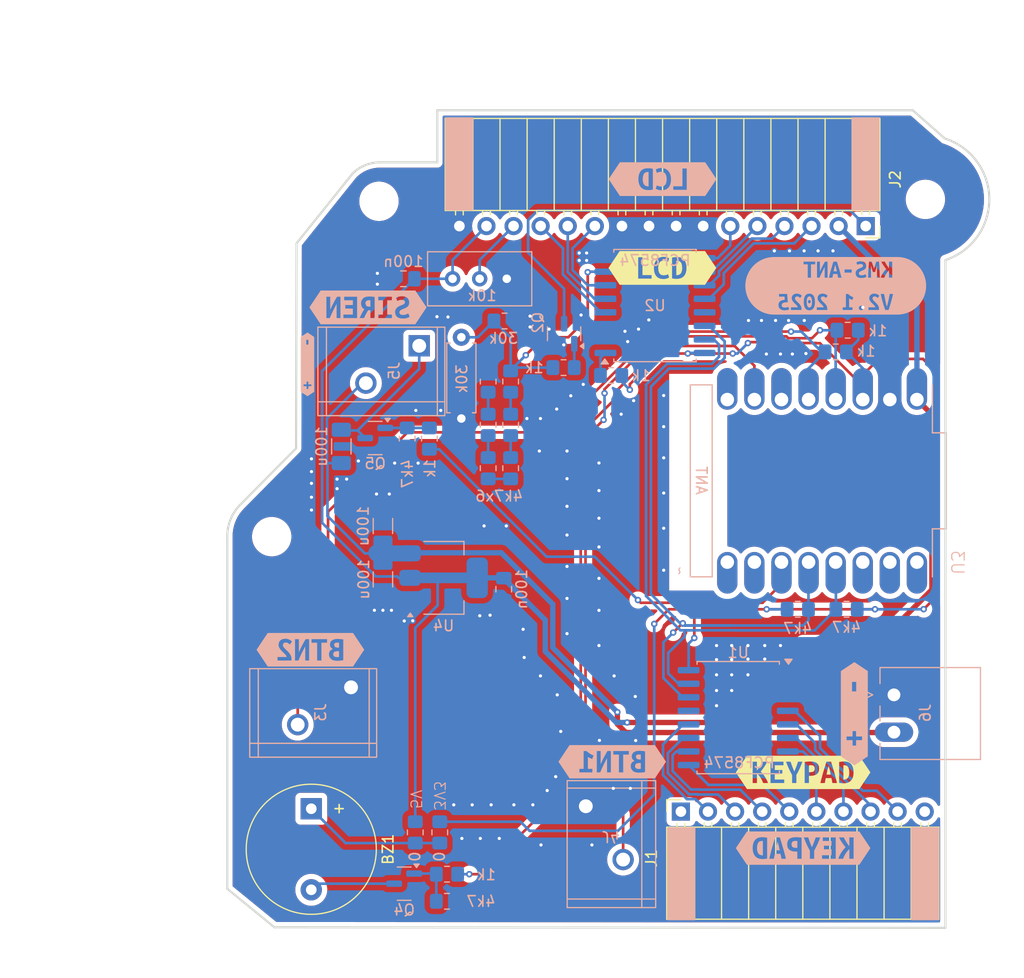
<source format=kicad_pcb>
(kicad_pcb (version 20240108) (generator "pcbnew") (generator_version "8.0")
  (layers (0 "F.Cu" signal) (31 "B.Cu" signal) (34 "B.Paste" user) (35 "F.Paste" user) (36 "B.SilkS" user "B.Silkscreen") (37 "F.SilkS" user "F.Silkscreen") (38 "B.Mask" user) (39 "F.Mask" user) (44 "Edge.Cuts" user))
  (net 0 "")
  (net 1 "+3V3")
  (net 2 "Net-(BZ1--)")
  (net 3 "GND")
  (net 4 "+5V")
  (net 5 "VCC")
  (net 6 "Net-(J5-Pin_1)")
  (net 8 "Net-(J1-Pin_6)")
  (net 9 "Net-(J1-Pin_5)")
  (net 10 "Net-(J1-Pin_4)")
  (net 11 "Net-(J1-Pin_3)")
  (net 12 "Net-(J1-Pin_2)")
  (net 13 "Net-(J1-Pin_9)")
  (net 14 "Net-(J1-Pin_8)")
  (net 16 "Net-(J1-Pin_7)")
  (net 17 "/LCD_EN")
  (net 18 "/LCD_D4")
  (net 19 "/LCD_K")
  (net 20 "/LCD_D6")
  (net 21 "/LCD_VO")
  (net 22 "/LCD_D5")
  (net 23 "/LCD_RW")
  (net 24 "/LCD_D7")
  (net 25 "/LCD_RS")
  (net 26 "/BTN_R")
  (net 27 "/BTN_Y")
  (net 28 "Net-(Q2-G)")
  (net 29 "/BUZZ")
  (net 30 "/SIREN")
  (net 31 "/LCD_BL")
  (net 32 "Net-(R1-Pad1)")
  (net 33 "Net-(U2-A0)")
  (net 34 "/I2C_SDA")
  (net 35 "/I2C_SCL")
  (net 36 "Net-(U3-GPIO1)")
  (net 37 "Net-(U3-GPIO10)")
  (net 38 "Net-(R12-Pad2)")
  (net 39 "Net-(R12-Pad1)")
  (net 40 "Net-(R13-Pad1)")
  (net 41 "Net-(R14-Pad1)")
  (net 51 "Net-(BZ1-+)")
  (footprint "!custom:keypad" (layer "F.Cu") (at 154.14 123.975 90)
    (property "Reference" "J1")
    (property "Value" "Conn_01x10_Pin" (hide yes))
  )
  (footprint "Buzzer_Beeper:Buzzer_12x9.5RM7.6" (layer "F.Cu") (at 119.4816 123.708 -90)
    (property "Reference" "BZ1")
    (property "Value" "Buzzer" (hide yes))
  )
  (footprint "!custom:screen" (layer "F.Cu") (at 171.47 69.075 -90)
    (property "Reference" "J2")
    (property "Value" "Conn_01x16_Pin" (hide yes))
  )
  (footprint "kibuzzard-67E6FC63" (layer "F.Cu") (at 152.4 73)
    (property "Reference" "kibuzzard-67E6FC63" (hide yes))
    (property "Value" "G***" (hide yes))
  )
  (footprint "kibuzzard-67E6FC9B" (layer "F.Cu") (at 165.6 120.3)
    (property "Reference" "kibuzzard-67E6FC9B" (hide yes))
    (property "Value" "G***" (hide yes))
  )
  (footprint "Package_TO_SOT_SMD:SOT-23" (layer "B.Cu") (at 143.1892 79.1695 90)
    (property "Reference" "Q2")
    (property "Value" "AO3400A" (hide yes))
  )
  (footprint "MountingHole:MountingHole_3.2mm_M3" (layer "B.Cu") (at 115.7732 98.1964 180)
    (property "Reference" "H3" (hide yes))
    (property "Value" "MountingHole" (hide yes))
  )
  (footprint "!custom:HIWA 250-21-2G" (layer "B.Cu") (at 127.254 82.6516 -90)
    (property "Reference" "J5")
    (property "Value" "SIREN" (hide yes))
  )
  (footprint "!custom:HIWA 250-21-2G" (layer "B.Cu") (at 120.8616 114.674 -90)
    (property "Reference" "J3")
    (property "Value" "BTN_R" (hide yes))
  )
  (footprint "MountingHole:MountingHole_3.2mm_M3" (layer "B.Cu") (at 177.0634 66.5734 180)
    (property "Reference" "H1" (hide yes))
    (property "Value" "MountingHole" (hide yes))
  )
  (footprint "Resistor_SMD:R_0805_2012Metric_Pad1.20x1.40mm_HandSolder" (layer "B.Cu") (at 168.656 80.8736 180)
    (property "Reference" "R7" (hide yes))
    (property "Value" "1k")
  )
  (footprint "kibuzzard-67E6FC15" (layer "B.Cu") (at 119.4 108.8 180)
    (property "Reference" "kibuzzard-67E6FC15" (hide yes))
    (property "Value" "G***" (hide yes))
  )
  (footprint "Capacitor_SMD:C_0805_2012Metric_Pad1.18x1.45mm_HandSolder" (layer "B.Cu") (at 128.1176 74.0156 180)
    (property "Reference" "C1" (hide yes))
    (property "Value" "100n")
  )
  (footprint "kibuzzard-67E6FCB3" (layer "B.Cu") (at 124.8 76.7 180)
    (property "Reference" "kibuzzard-67E6FCB3" (hide yes))
    (property "Value" "G***" (hide yes))
  )
  (footprint "Capacitor_SMD:C_1206_3216Metric_Pad1.33x1.80mm_HandSolder" (layer "B.Cu") (at 126.2 102.2 -90)
    (property "Reference" "C2" (hide yes))
    (property "Value" "100u")
  )
  (footprint "Resistor_SMD:R_0805_2012Metric_Pad1.20x1.40mm_HandSolder" (layer "B.Cu") (at 143.1384 82.3468)
    (property "Reference" "R2" (hide yes))
    (property "Value" "1k")
  )
  (footprint "Resistor_SMD:R_0805_2012Metric_Pad1.20x1.40mm_HandSolder" (layer "B.Cu") (at 136.0678 87.7156 -90)
    (property "Reference" "R13" (hide yes))
    (property "Value" "4k7" (hide yes))
  )
  (footprint "Package_SO:SOIC-16W_7.5x10.3mm_P1.27mm" (layer "B.Cu") (at 159.512 115.1636 180)
    (property "Reference" "U1")
    (property "Value" "PCF8574")
  )
  (footprint "Resistor_SMD:R_0805_2012Metric_Pad1.20x1.40mm_HandSolder" (layer "B.Cu") (at 169.7736 78.8416 180)
    (property "Reference" "R6" (hide yes))
    (property "Value" "1k")
  )
  (footprint "kibuzzard-687FD9CC" (layer "B.Cu") (at 119.126 82.042 90)
    (property "Reference" "kibuzzard-687FD9CC" (hide yes))
    (property "Value" "G***" (hide yes))
  )
  (footprint "Resistor_SMD:R_0805_2012Metric_Pad1.20x1.40mm_HandSolder" (layer "B.Cu") (at 138.176 91.7796 -90)
    (property "Reference" "R15" (hide yes))
    (property "Value" "4k7" (hide yes))
  )
  (footprint "Resistor_SMD:R_0805_2012Metric_Pad1.20x1.40mm_HandSolder" (layer "B.Cu") (at 169.672 105.0036 180)
    (property "Reference" "R4" (hide yes))
    (property "Value" "4k7")
  )
  (footprint "Package_TO_SOT_SMD:SOT-23" (layer "B.Cu") (at 128.1915 130.7338 180)
    (property "Reference" "Q4")
    (property "Value" "AO3400A" (hide yes))
  )
  (footprint "Capacitor_SMD:C_0805_2012Metric_Pad1.18x1.45mm_HandSolder" (layer "B.Cu") (at 137.5295 103.124 -90)
    (property "Reference" "C3" (hide yes))
    (property "Value" "100n")
  )
  (footprint "Resistor_SMD:R_0805_2012Metric_Pad1.20x1.40mm_HandSolder" (layer "B.Cu") (at 136.0678 83.6516 -90)
    (property "Reference" "R16" (hide yes))
    (property "Value" "4k7" (hide yes))
  )
  (footprint "Resistor_THT:R_Axial_DIN0207_L6.3mm_D2.5mm_P7.62mm_Horizontal" (layer "B.Cu") (at 133.5532 87.122 90)
    (property "Reference" "R17" (hide yes))
    (property "Value" "30k")
  )
  (footprint "Resistor_SMD:R_0805_2012Metric_Pad1.20x1.40mm_HandSolder" (layer "B.Cu") (at 137.6094 77.978 180)
    (property "Reference" "R18" (hide yes))
    (property "Value" "30k")
  )
  (footprint "!custom:MODULE_ESP32-C3_SUPERMINI" (layer "B.Cu") (at 166.37 92.964 90)
    (property "Reference" "U3")
    (property "Value" "~")
  )
  (footprint "MountingHole:MountingHole_3.2mm_M3" (layer "B.Cu") (at 125.8316 66.7512 180)
    (property "Reference" "H2" (hide yes))
    (property "Value" "MountingHole" (hide yes))
  )
  (footprint "Resistor_SMD:R_0805_2012Metric_Pad1.20x1.40mm_HandSolder" (layer "B.Cu") (at 131.5315 125.9258 -90)
    (property "Reference" "R20" (hide yes))
    (property "Value" "0")
  )
  (footprint "Resistor_SMD:R_0805_2012Metric_Pad1.20x1.40mm_HandSolder" (layer "B.Cu") (at 128.4732 89.0016 -90)
    (property "Reference" "R11" (hide yes))
    (property "Value" "4k7")
  )
  (footprint "Package_TO_SOT_SMD:SOT-23" (layer "B.Cu") (at 125.476 88.9508 180)
    (property "Reference" "Q5")
    (property "Value" "AO3400A" (hide yes))
  )
  (footprint "kibuzzard-67E6FC26" (layer "B.Cu") (at 147.7 119.3 180)
    (property "Reference" "kibuzzard-67E6FC26" (hide yes))
    (property "Value" "G***" (hide yes))
  )
  (footprint "Resistor_SMD:R_0805_2012Metric_Pad1.20x1.40mm_HandSolder" (layer "B.Cu") (at 132.207 132.3848)
    (property "Reference" "R10" (hide yes))
    (property "Value" "4k7")
  )
  (footprint "Potentiometer_THT:Potentiometer_Bourns_3296W_Vertical" (layer "B.Cu") (at 132.7326 74.0156 180)
    (property "Reference" "RV1" (hide yes))
    (property "Value" "10k")
  )
  (footprint "kibuzzard-68963AB1" (layer "B.Cu") (at 168.656 74.676 180)
    (property "Reference" "kibuzzard-68963AB1" (hide yes))
    (property "Value" "G***" (hide yes))
  )
  (footprint "kibuzzard-67E6FC63" (layer "B.Cu") (at 152.42 64.675 180)
    (property "Reference" "kibuzzard-67E6FC63" (hide yes))
    (property "Value" "G***" (hide yes))
  )
  (footprint "Resistor_SMD:R_0805_2012Metric_Pad1.20x1.40mm_HandSolder" (layer "B.Cu") (at 165.1 105.0036)
    (property "Reference" "R5" (hide yes))
    (property "Value" "4k7")
  )
  (footprint "Package_SO:SOIC-16W_7.5x10.3mm_P1.27mm" (layer "B.Cu") (at 151.7124 76.5302)
    (property "Reference" "U2")
    (property "Value" "PCF8574")
  )
  (footprint "Resistor_SMD:R_0805_2012Metric_Pad1.20x1.40mm_HandSolder" (layer "B.Cu") (at 138.176 83.6516 90)
    (property "Reference" "R1" (hide yes))
    (property "Value" "4k7" (hide yes))
  )
  (footprint "Resistor_SMD:R_0805_2012Metric_Pad1.20x1.40mm_HandSolder" (layer "B.Cu") (at 147.5976 83.0834)
    (property "Reference" "R3" (hide yes))
    (property "Value" "1k")
  )
  (footprint "kibuzzard-67E6FC9B" (layer "B.Cu") (at 165.6 127.4 180)
    (property "Reference" "kibuzzard-67E6FC9B" (hide yes))
    (property "Value" "G***" (hide yes))
  )
  (footprint "Resistor_SMD:R_0805_2012Metric_Pad1.20x1.40mm_HandSolder" (layer "B.Cu") (at 136.0678 91.7796 90)
    (property "Reference" "R12" (hide yes))
    (property "Value" "4k7" (hide yes))
  )
  (footprint "Resistor_SMD:R_0805_2012Metric_Pad1.20x1.40mm_HandSolder" (layer "B.Cu") (at 129.2315 125.9258 -90)
    (property "Reference" "R19" (hide yes))
    (property "Value" "0")
  )
  (footprint "!custom:HIWA 250-21-2G" (layer "B.Cu") (at 147.574 125.8232)
    (property "Reference" "J4")
    (property "Value" "BTN_Y" (hide yes))
  )
  (footprint "Capacitor_SMD:C_1206_3216Metric_Pad1.33x1.80mm_HandSolder" (layer "B.Cu") (at 122.3 89.7375 90)
    (property "Reference" "C4" (hide yes))
    (property "Value" "100u")
  )
  (footprint "kibuzzard-67E6FE86" (layer "B.Cu") (at 170.4 114.8 90)
    (property "Reference" "kibuzzard-67E6FE86" (hide yes))
    (property "Value" "G***" (hide yes))
  )
  (footprint "Resistor_SMD:R_0805_2012Metric_Pad1.20x1.40mm_HandSolder" (layer "B.Cu") (at 132.207 129.8448)
    (property "Reference" "R8" (hide yes))
    (property "Value" "1k")
  )
  (footprint "!custom:PhoenixContact_MC_1,5_2-G-3.5_1x02_P3.50mm_Horizontal_with_plug" (layer "B.Cu") (at 174.117 113.03 -90)
    (property "Reference" "J6")
    (property "Value" "Conn_01x02_Socket" (hide yes))
  )
  (footprint "Resistor_SMD:R_0805_2012Metric_Pad1.20x1.40mm_HandSolder" (layer "B.Cu") (at 138.176 87.7156 90)
    (property "Reference" "R14" (hide yes))
    (property "Value" "4k7" (hide yes))
  )
  (footprint "Capacitor_SMD:C_1206_3216Metric_Pad1.33x1.80mm_HandSolder" (layer "B.Cu") (at 126.2 97.2 90)
    (property "Reference" "C5" (hide yes))
    (property "Value" "100u")
  )
  (footprint "Package_TO_SOT_SMD:SOT-223-3_TabPin2" (layer "B.Cu") (at 131.8907 102.0572)
    (property "Reference" "U4")
    (property "Value" "LM317_SOT-223" (hide yes))
  )
  (footprint "Resistor_SMD:R_0805_2012Metric_Pad1.20x1.40mm_HandSolder" (layer "B.Cu") (at 130.556 89.0016 -90)
    (property "Reference" "R9" (hide yes))
    (property "Value" "1k")
  )
  (gr_rect (start 175.768 125.476) (end 178.308 134.112) (stroke (width 0.1)) (fill solid) (layer "B.SilkS"))
  (gr_rect (start 152.908 125.476) (end 155.448 134.112) (stroke (width 0.1)) (fill solid) (layer "B.SilkS"))
  (gr_rect (start 170.18 58.928) (end 172.72 67.564) (stroke (width 0.1)) (fill solid) (layer "B.SilkS"))
  (gr_rect (start 132.08 58.928) (end 134.62 67.564) (stroke (width 0.1)) (fill solid) (layer "B.SilkS"))
  (gr_line (start 178.890534 60.866736) (end 175.8785 58.2168) (stroke (width 0.2)) (layer "Edge.Cuts"))
  (gr_line (start 116.0272 134.8232) (end 111.6076 131.2164) (stroke (width 0.2)) (layer "Edge.Cuts"))
  (gr_line (start 131.3 58.2168) (end 131.3 63.1) (stroke (width 0.2)) (layer "Edge.Cuts"))
  (gr_arc (start 178.890534 60.866736) (mid 183.055367 66.545814) (end 178.943 72.262999) (stroke (width 0.2)) (layer "Edge.Cuts"))
  (gr_arc (start 111.607601 98.1456) (mid 111.924688 96.551494) (end 112.827677 95.200077) (stroke (width 0.2)) (layer "Edge.Cuts"))
  (gr_line (start 175.8785 58.2168) (end 131.3 58.2168) (stroke (width 0.2)) (layer "Edge.Cuts"))
  (gr_line (start 118.0592 89.916) (end 118.1 70.7) (stroke (width 0.2)) (layer "Edge.Cuts"))
  (gr_line (start 116.0272 134.8232) (end 178.943 134.874) (stroke (width 0.2)) (layer "Edge.Cuts"))
  (gr_line (start 178.943 134.874) (end 178.943 72.263) (stroke (width 0.2)) (layer "Edge.Cuts"))
  (gr_arc (start 123.354416 64.154416) (mid 124.52234 63.374034) (end 125.9 63.1) (stroke (width 0.2)) (layer "Edge.Cuts"))
  (gr_line (start 112.827676 95.200076) (end 118.0592 89.916) (stroke (width 0.2)) (layer "Edge.Cuts"))
  (gr_line (start 123.354416 64.154416) (end 118.1 70.7) (stroke (width 0.2)) (layer "Edge.Cuts"))
  (gr_line (start 131.3 63.1) (end 125.9 63.1) (stroke (width 0.2)) (layer "Edge.Cuts"))
  (gr_line (start 111.6076 131.2164) (end 111.6076 98.1456) (stroke (width 0.2)) (layer "Edge.Cuts"))
  (gr_text "3V3" (at 130.9116 123.9266 -90) (layer "B.SilkS") (effects (font (size 1 1) (thickness 0.1)) (justify left bottom mirror)))
  (gr_text "4k7x6" (at 137.1 94.4 0) (layer "B.SilkS") (effects (font (size 1 1)) (justify mirror)))
  (gr_text "5V" (at 128.7018 123.7996 -90) (layer "B.SilkS") (effects (font (size 1 1) (thickness 0.1)) (justify left bottom mirror)))
  (segment (start 153.0096 105.0036) (end 155.5496 105.0036) (width 0.25) (layer "F.Cu") (net 1))
  (segment (start 166.8272 80.0608) (end 167.173458 80.0608) (width 0.25) (layer "F.Cu") (net 1))
  (segment (start 163.93532 79.9592) (end 164.01972 80.0436) (width 0.25) (layer "F.Cu") (net 1))
  (segment (start 151.638 106.3752) (end 153.0096 105.0036) (width 0.25) (layer "F.Cu") (net 1))
  (segment (start 154.7876 81.026) (end 152.2329 81.026) (width 0.25) (layer "F.Cu") (net 1))
  (segment (start 172.339 105.0036) (end 162.179 105.0036) (width 0.25) (layer "F.Cu") (net 1))
  (segment (start 176.8348 81.534) (end 172.6946 81.534) (width 0.25) (layer "F.Cu") (net 1))
  (segment (start 155.3972 105.0036) (end 155.5496 105.0036) (width 0.25) (layer "F.Cu") (net 1))
  (segment (start 176.908838 104.995348) (end 178.2475 103.656686) (width 0.25) (layer "F.Cu") (net 1))
  (segment (start 164.01972 80.0436) (end 166.81 80.0436) (width 0.25) (layer "F.Cu") (net 1))
  (segment (start 158.998378 81.026) (end 154.7876 81.026) (width 0.25) (layer "F.Cu") (net 1))
  (segment (start 178.2475 103.656686) (end 178.2475 82.9467) (width 0.25) (layer "F.Cu") (net 1))
  (segment (start 166.81 80.0436) (end 166.8272 80.0608) (width 0.25) (layer "F.Cu") (net 1))
  (segment (start 149.352 83.9069) (end 149.352 84.4296) (width 0.25) (layer "F.Cu") (net 1))
  (segment (start 176.902748 104.995348) (end 176.908838 104.995348) (width 0.25) (layer "F.Cu") (net 1))
  (segment (start 160.50454 79.9592) (end 163.93532 79.9592) (width 0.25) (layer "F.Cu") (net 1))
  (segment (start 178.2475 82.9467) (end 176.8348 81.534) (width 0.25) (layer "F.Cu") (net 1))
  (segment (start 172.6946 81.534) (end 171.19 83.0386) (width 0.25) (layer "F.Cu") (net 1))
  (segment (start 155.3972 107.696) (end 155.3972 105.0036) (width 0.25) (layer "F.Cu") (net 1))
  (segment (start 152.2329 81.026) (end 149.352 83.9069) (width 0.25) (layer "F.Cu") (net 1))
  (segment (start 160.420141 80.043599) (end 160.50454 79.9592) (width 0.25) (layer "F.Cu") (net 1))
  (segment (start 167.173458 80.0608) (end 171.19 84.077342) (width 0.25) (layer "F.Cu") (net 1))
  (segment (start 155.5496 105.0036) (end 162.179 105.0036) (width 0.25) (layer "F.Cu") (net 1))
  (via (at 176.902748 104.995348) (size 0.6) (drill 0.3) (layers "F.Cu" "B.Cu") (net 1))
  (via (at 154.7876 81.026) (size 0.6) (drill 0.3) (layers "F.Cu" "B.Cu") (net 1))
  (via (at 149.352 84.4296) (size 0.6) (drill 0.3) (layers "F.Cu" "B.Cu") (net 1))
  (via (at 160.420141 80.043599) (size 0.6) (drill 0.3) (layers "F.Cu" "B.Cu") (net 1))
  (via (at 151.638 106.3752) (size 0.6) (drill 0.3) (layers "F.Cu" "B.Cu") (net 1))
  (via (at 172.339 105.0036) (size 0.6) (drill 0.3) (layers "F.Cu" "B.Cu") (net 1))
  (via (at 162.179 105.0036) (size 0.6) (drill 0.3) (layers "F.Cu" "B.Cu") (net 1))
  (via (at 158.998378 81.026) (size 0.6) (drill 0.3) (layers "F.Cu" "B.Cu") (net 1))
  (via (at 155.3972 107.696) (size 0.6) (drill 0.3) (layers "F.Cu" "B.Cu") (net 1))
  (segment (start 170.672 105.0036) (end 172.339 105.0036) (width 0.25) (layer "B.Cu") (net 1))
  (segment (start 154.8384 80.9752) (end 156.3624 80.9752) (width 0.25) (layer "B.Cu") (net 1))
  (segment (start 148.5976 83.0834) (end 148.5976 83.6752) (width 0.25) (layer "B.Cu") (net 1))
  (segment (start 139.954 125.7808) (end 139.099 124.9258) (width 0.25) (layer "B.Cu") (net 1))
  (segment (start 154.862 108.2312) (end 154.862 110.7186) (width 0.25) (layer "B.Cu") (net 1))
  (segment (start 169.656 80.8736) (end 171.19 82.4076) (width 0.25) (layer "B.Cu") (net 1))
  (segment (start 155.3972 107.696) (end 154.862 108.2312) (width 0.25) (layer "B.Cu") (net 1))
  (segment (start 170.7736 78.8416) (end 170.7736 79.756) (width 0.25) (layer "B.Cu") (net 1))
  (segment (start 154.7876 81.026) (end 154.8384 80.9752) (width 0.25) (layer "B.Cu") (net 1))
  (segment (start 151.638 122.3772) (end 148.2344 125.7808) (width 0.25) (layer "B.Cu") (net 1))
  (segment (start 148.2344 125.7808) (end 139.954 125.7808) (width 0.25) (layer "B.Cu") (net 1))
  (segment (start 148.5976 83.6752) (end 149.352 84.4296) (width 0.25) (layer "B.Cu") (net 1))
  (segment (start 151.638 106.3752) (end 151.638 122.3772) (width 0.25) (layer "B.Cu") (net 1))
  (segment (start 176.894496 105.0036) (end 172.339 105.0036) (width 0.25) (layer "B.Cu") (net 1))
  (segment (start 176.902748 104.995348) (end 176.894496 105.0036) (width 0.25) (layer "B.Cu") (net 1))
  (segment (start 160.420141 80.043599) (end 159.43774 81.026) (width 0.25) (layer "B.Cu") (net 1))
  (segment (start 159.43774 81.026) (end 158.998378 81.026) (width 0.25) (layer "B.Cu") (net 1))
  (segment (start 164.1 105.0036) (end 162.179 105.0036) (width 0.25) (layer "B.Cu") (net 1))
  (segment (start 139.099 124.9258) (end 131.5315 124.9258) (width 0.25) (layer "B.Cu") (net 1))
  (segment (start 171.19 82.4076) (end 171.19 85.344) (width 0.25) (layer "B.Cu") (net 1))
  (segment (start 170.7736 79.756) (end 169.656 80.8736) (width 0.25) (layer "B.Cu") (net 1))
  (segment (start 127.254 130.7338) (end 120.0558 130.7338) (width 0.25) (layer "B.Cu") (net 2))
  (via (at 158.9024 112.6236) (size 0.6) (drill 0.3) (layers "F.Cu" "B.Cu") (net 3))
  (via (at 119.5 93.2) (size 0.6) (drill 0.3) (layers "F.Cu" "B.Cu") (net 3))
  (via (at 149.7076 85.4456) (size 0.6) (drill 0.3) (layers "F.Cu" "B.Cu") (net 3))
  (via (at 151.13 77.8764) (size 0.6) (drill 0.3) (layers "F.Cu" "B.Cu") (net 3))
  (via (at 136.2456 105.5624) (size 0.6) (drill 0.3) (layers "F.Cu" "B.Cu") (net 3))
  (via (at 132.3 77.6) (size 0.6) (drill 0.3) (layers "F.Cu" "B.Cu") (net 3))
  (via (at 158.9024 111.1504) (size 0.6) (drill 0.3) (layers "F.Cu" "B.Cu") (net 3))
  (via (at 144.605 72.3) (size 0.6) (drill 0.3) (layers "F.Cu" "B.Cu") (net 3))
  (via (at 157.48 108.4072) (size 0.6) (drill 0.3) (layers "F.Cu" "B.Cu") (net 3))
  (via (at 145.3 72.3) (size 0.6) (drill 0.3) (layers "F.Cu" "B.Cu") (net 3))
  (via (at 134.5692 123.3424) (size 0.6) (drill 0.3) (layers "F.Cu" "B.Cu") (net 3))
  (via (at 146.4564 105.1052) (size 0.6) (drill 0.3) (layers "F.Cu" "B.Cu") (net 3))
  (via (at 171.2 76.7) (size 0.6) (drill 0.3) (layers "F.Cu" "B.Cu") (net 3))
  (via (at 146.4564 93.8784) (size 0.6) (drill 0.3) (layers "F.Cu" "B.Cu") (net 3))
  (via (at 158.9024 109.728) (size 0.6) (drill 0.3) (layers "F.Cu" "B.Cu") (net 3))
  (via (at 128.998138 106.083978) (size 0.6) (drill 0.3) (layers "F.Cu" "B.Cu") (net 3))
  (via (at 152.527 87.884) (size 0.6) (drill 0.3) (layers "F.Cu" "B.Cu") (net 3))
  (via (at 129.286 86.36) (size 0.6) (drill 0.3) (layers "F.Cu" "B.Cu") (net 3))
  (via (at 157.48 111.1504) (size 0.6) (drill 0.3) (layers "F.Cu" "B.Cu") (net 3))
  (via (at 146.4564 102.108) (size 0.6) (drill 0.3) (layers "F.Cu" "B.Cu") (net 3))
  (via (at 146.4564 96.4692) (size 0.6) (drill 0.3) (layers "F.Cu" "B.Cu") (net 3))
  (via (at 143.4592 95.3516) (size 0.6) (drill 0.3) (layers "F.Cu" "B.Cu") (net 3))
  (via (at 152.527 101.346) (size 0.6) (drill 0.3) (layers "F.Cu" "B.Cu") (net 3))
  (via (at 143.8148 84.9884) (size 0.6) (drill 0.3) (layers "F.Cu" "B.Cu") (net 3))
  (via (at 143.4592 107.2896) (size 0.6) (drill 0.3) (layers "F.Cu" "B.Cu") (net 3))
  (via (at 143.4592 100.9904) (size 0.6) (drill 0.3) (layers "F.Cu" "B.Cu") (net 3))
  (via (at 161.6964 77.9272) (size 0.6) (drill 0.3) (layers "F.Cu" "B.Cu") (net 3))
  (via (at 135.6868 97.1898) (size 0.6) (drill 0.3) (layers "F.Cu" "B.Cu") (net 3))
  (via (at 135.3312 126.492) (size 0.6) (drill 0.3) (layers "F.Cu" "B.Cu") (net 3))
  (via (at 141.7828 78.74) (size 0.6) (drill 0.3) (layers "F.Cu" "B.Cu") (net 3))
  (via (at 146.4564 99.1616) (size 0.6) (drill 0.3) (layers "F.Cu" "B.Cu") (net 3))
  (via (at 157.48 112.6236) (size 0.6) (drill 0.3) (layers "F.Cu" "B.Cu") (net 3))
  (via (at 149.4 121.8) (size 0.6) (drill 0.3) (layers "F.Cu" "B.Cu") (net 3))
  (via (at 140.97 111.252) (size 0.6) (drill 0.3) (layers "F.Cu" "B.Cu") (net 3))
  (via (at 146.4564 108.4072) (size 0.6) (drill 0.3) (layers "F.Cu" "B.Cu") (net 3))
  (via (at 129.5 91.3) (size 0.6) (drill 0.3) (layers "F.Cu" "B.Cu") (net 3))
  (via (at 163.4744 108.4072) (size 0.6) (drill 0.3) (layers "F.Cu" "B.Cu") (net 3))
  (via (at 162.0012 108.4072) (size 0.6) (drill 0.3) (layers "F.Cu" "B.Cu") (net 3))
  (via (at 142.4 120.7) (size 0.6) (drill 0.3) (layers "F.Cu" "B.Cu") (net 3))
  (via (at 119.5 92.1) (size 0.6) (drill 0.3) (layers "F.Cu" "B.Cu") (net 3))
  (via (at 119.5 95.7) (size 0.6) (drill 0.3) (layers "F.Cu" "B.Cu") (net 3))
  (via (at 152.527 94.107) (size 0.6) (drill 0.3) (layers "F.Cu" "B.Cu") (net 3))
  (via (at 139.997 78.5368) (size 0.6) (drill 0.3) (layers "F.Cu" "B.Cu") (net 3))
  (via (at 126.8 94.2) (size 0.6) (drill 0.3) (layers "F.Cu" "B.Cu") (net 3))
  (via (at 165.7096 77.9272) (size 0.6) (drill 0.3) (layers "F.Cu" "B.Cu") (net 3))
  (via (at 133.604 126.492) (size 0.6) (drill 0.3) (layers "F.Cu" "B.Cu") (net 3))
  (via (at 127 105.1) (size 0.6) (drill 0.3) (layers "F.Cu" "B.Cu") (net 3))
  (via (at 157.48 109.728) (size 0.6) (drill 0.3) (layers "F.Cu" "B.Cu") (net 3))
  (via (at 136.3472 123.3424) (size 0.6) (drill 0.3) (layers "F.Cu" "B.Cu") (net 3))
  (via (at 165.862 81.026) (size 0.6) (drill 0.3) (layers "F.Cu" "B.Cu") (net 3))
  (via (at 142.5448 113.03) (size 0.6) (drill 0.3) (layers "F.Cu" "B.Cu") (net 3))
  (via (at 162.9 71.4) (size 0.6) (drill 0.3) (layers "F.Cu" "B.Cu") (net 3))
  (via (at 147.8788 111.252) (size 0.6) (drill 0.3) (layers "F.Cu" "B.Cu") (net 3))
  (via (at 143.1544 80.2132) (size 0.6) (drill 0.3) (layers "F.Cu" "B.Cu") (net 3))
  (via (at 141.6 122) (size 0.6) (drill 0.3) (layers "F.Cu" "B.Cu") (net 3))
  (via (at 135.2804 105.6132) (size 0.6) (drill 0.3) (layers "F.Cu" "B.Cu") (net 3))
  (via (at 125.6 94.2) (size 0.6) (drill 0.3) (layers "F.Cu" "B.Cu") (net 3))
  (via (at 143.4592 103.9876) (size 0.6) (drill 0.3) (layers "F.Cu" "B.Cu") (net 3))
  (via (at 143.4592 90.17) (size 0.6) (drill 0.3) (layers "F.Cu" "B.Cu") (net 3))
  (via (at 149.9 117.3122) (size 0.6) (drill 0.3) (layers "F.Cu" "B.Cu") (net 3))
  (via (at 140.97 87.122) (size 0.6) (drill 0.3) (layers "F.Cu" "B.Cu") (net 3))
  (via (at 164.3224 71.4) (size 0.6) (drill 0.3) (layers "F.Cu" "B.Cu") (net 3))
  (via (at 163.4744 81.0768) (size 0.6) (drill 0.3) (layers "F.Cu" "B.Cu") (net 3))
  (via (at 131.2672 77.5716) (size 0.6) (drill 0.3) (layers "F.Cu" "B.Cu") (net 3))
  (via (at 141.0208 127.1016) (size 0.6) (drill 0.3) (layers "F.Cu" "B.Cu") (net 3))
  (via (at 163.0172 77.9272) (size 0.6) (drill 0.3) (layers "F.Cu" "B.Cu") (net 3))
  (via (at 140.2588 123.3424) (size 0.6) (drill 0.3) (layers "F.Cu" "B.Cu") (net 3))
  (via (at 146.4564 91.2876) (size 0.6) (drill 0.3) (layers "F.Cu" "B.Cu") (net 3))
  (via (at 125.4 105.1) (size 0.6) (drill 0.3) (layers "F.Cu" "B.Cu") (net 3))
  (via (at 119.5 90.9) (size 0.6) (drill 0.3) (layers "F.Cu" "B.Cu") (net 3))
  (via (at 127.3 91.3) (size 0.6) (drill 0.3) (layers "F.Cu" "B.Cu") (net 3))
  (via (at 149.1488 79.9084) (size 0.6) (drill 0.3) (layers "F.Cu" "B.Cu") (net 3))
  (via (at 143.4592 92.7608) (size 0.6) (drill 0.3) (layers "F.Cu" "B.Cu") (net 3))
  (via (at 144.605 71.6) (size 0.6) (drill 0.3) (layers "F.Cu" "B.Cu") (net 3))
  (via (at 144.9832 83.9216) (size 0.6) (drill 0.3) (layers "F.Cu" "B.Cu") (net 3))
  (via (at 162.0012 109.6772) (size 0.6) (drill 0.3) (layers "F.Cu" "B.Cu") (net 3))
  (via (at 160.4264 109.6772) (size 0.6) (drill 0.3) (layers "F.Cu" "B.Cu") (net 3))
  (via (at 157.48 114.046) (size 0.6) (drill 0.3) (layers "F.Cu" "B.Cu") (net 3))
  (via (at 122.8 92.8) (size 0.6) (drill 0.3) (layers "F.Cu" "B.Cu") (net 3))
  (via (at 121.9 93.7) (size 0.6) (drill 0.3) (layers "F.Cu" "B.Cu") (net 3))
  (via (at 152.527 84.963) (size 0.6) (drill 0.3) (layers "F.Cu" "B.Cu") (net 3))
  (via (at 149.86 113.1824) (size 0.6) (drill 0.3) (layers "F.Cu" "B.Cu") (net 3))
  (via (at 164.2364 77.9272) (size 0.6) (drill 0.3) (layers "F.Cu" "B.Cu") (net 3))
  (via (at 121.9 92.8) (size 0.6) (drill 0.3) (layers "F.Cu" "B.Cu") (net 3))
  (via (at 123.9 91.1) (size 0.6) (drill 0.3) (layers "F.Cu" "B.Cu") (net 3))
  (via (at 147.8 121.8) (size 0.6) (drill 0.3) (layers "F.Cu" "B.Cu") (net 3))
  (via (at 119.5 94.5) (size 0.6) (drill 0.3) (layers "F.Cu" "B.Cu") (net 3))
  (via (at 131.6228 86.36) (size 0.6) (drill 0.3) (layers "F.Cu" "B.Cu") (net 3))
  (via (at 142.875 116.459) (size 0.6) (drill 0.3) (layers "F.Cu" "B.Cu") (net 3))
  (via (at 139.3444 106.8832) (size 0.6) (drill 0.3) (layers "F.Cu" "B.Cu") (net 3))
  (via (at 125.6792 74.5236) (size 0.6) (drill 0.3) (layers "F.Cu" "B.Cu") (net 3))
  (via (at 160.4264 108.4072) (size 0.6) (drill 0.3) (layers "F.Cu" "B.Cu") (net 3))
  (via (at 143.4592 98.044) (size 0.6) (drill 0.3) (layers "F.Cu" "B.Cu") (net 3))
  (via (at 140.8684 90.17) (size 0.6) (drill 0.3) (layers "F.Cu" "B.Cu") (net 3))
  (via (at 125.6792 73.5076) (size 0.6) (drill 0.3) (layers "F.Cu" "B.Cu") (net 3))
  (via (at 137.7696 97.1898) (size 0.6) (drill 0.3) (layers "F.Cu" "B.Cu") (net 3))
  (via (at 160.4772 77.9272) (size 0.6) (drill 0.3) (layers "F.Cu" "B.Cu") (net 3))
  (via (at 145.3 71.6) (size 0.6) (drill 0.3) (layers "F.Cu" "B.Cu") (net 3))
  (via (at 164.592 81.0768) (size 0.6) (drill 0.3) (layers "F.Cu" "B.Cu") (net 3))
  (via (at 162.1536 81.0768) (size 0.6) (drill 0.3) (layers "F.Cu" "B.Cu") (net 3))
  (via (at 148.8948 78.9432) (size 0.6) (drill 0.3) (layers "F.Cu" "B.Cu") (net 3))
  (via (at 168.4 71.4) (size 0.6) (drill 0.3) (layers "F.Cu" "B.Cu") (net 3))
  (via (at 165.694 71.4) (size 0.6) (drill 0.3) (layers "F.Cu" "B.Cu") (net 3))
  (via (at 146.5 117.3) (size 0.6) (drill 0.3) (layers "F.Cu" "B.Cu") (net 3))
  (via (at 138.4808 123.3424) (size 0.6) (drill 0.3) (layers "F.Cu" "B.Cu") (net 3))
  (via (at 148.5392 86.7156) (size 0.6) (drill 0.3) (layers "F.Cu" "B.Cu") (net 3))
  (via (at 144.78 77.4192) (size 0.6) (drill 0.3) (layers "F.Cu" "B.Cu") (net 3))
  (via (at 152.527 90.805) (size 0.6) (drill 0.3) (layers "F.Cu" "B.Cu") (net 3))
  (via (at 139.446 109.5248) (size 0.6) (drill 0.3) (layers "F.Cu" "B.Cu") (net 3))
  (via (at 142.494 86.233) (size 0.6) (drill 0.3) (layers "F.Cu" "B.Cu") (net 3))
  (via (at 167 71.4) (size 0.6) (drill 0.3) (layers "F.Cu" "B.Cu") (net 3))
  (via (at 158.9024 108.4072) (size 0.6) (drill 0.3) (layers "F.Cu" "B.Cu") (net 3))
  (via (at 137.1092 126.492) (size 0.6) (drill 0.3) (layers "F.Cu" "B.Cu") (net 3))
  (via (at 128.2 106.1) (size 0.6) (drill 0.3) (layers "F.Cu" "B.Cu") (net 3))
  (via (at 145.796 127.1016) (size 0.6) (drill 0.3) (layers "F.Cu" "B.Cu") (net 3))
  (via (at 126.2 105.1) (size 0.6) (drill 0.3) (layers "F.Cu" "B.Cu") (net 3))
  (via (at 150.1648 78.74) (size 0.6) (drill 0.3) (layers "F.Cu" "B.Cu") (net 3))
  (via (at 152.527 97.409) (size 0.6) (drill 0.3) (layers "F.Cu" "B.Cu") (net 3))
  (via (at 139.7 87.122) (size 0.6) (drill 0.3) (layers "F.Cu" "B.Cu") (net 3))
  (via (at 160.4264 111.1504) (size 0.6) (drill 0.3) (layers "F.Cu" "B.Cu") (net 3))
  (via (at 139.997 77.5208) (size 0.6) (drill 0.3) (layers "F.Cu" "B.Cu") (net 3))
  (via (at 132.842 123.3424) (size 0.6) (drill 0.3) (layers "F.Cu" "B.Cu") (net 3))
  (segment (start 126.4491 89.9364) (end 128.408 89.9364) (width 0.25) (layer "B.Cu") (net 3))
  (segment (start 149.098 115.6208) (end 158.1404 115.6208) (width 0.5) (layer "F.Cu") (net 4))
  (segment (start 165.608 108.1532) (end 172.684235 108.1532) (width 0.5) (layer "F.Cu") (net 4))
  (segment (start 177.6725 103.164935) (end 177.6725 86.7465) (width 0.5) (layer "F.Cu") (net 4))
  (segment (start 177.6725 86.7465) (end 176.27 85.344) (width 0.5) (layer "F.Cu") (net 4))
  (segment (start 158.1404 115.6208) (end 165.608 108.1532) (width 0.5) (layer "F.Cu") (net 4))
  (segment (start 172.684235 108.1532) (end 177.6725 103.164935) (width 0.5) (layer "F.Cu") (net 4))
  (via (at 149.098 115.6208) (size 0.6) (drill 0.3) (layers "F.Cu" "B.Cu") (net 4))
  (segment (start 120.5 96.9) (end 120.5 82.6707) (width 0.25) (layer "B.Cu") (net 4))
  (segment (start 141.4272 108.959861) (end 141.4272 106.0196) (width 0.5) (layer "B.Cu") (net 4))
  (segment (start 131.3319 104.6341) (end 131.3319 102.1588) (width 0.25) (layer "B.Cu") (net 4))
  (segment (start 135.0407 102.0572) (end 137.4648 102.0572) (width 0.5) (layer "B.Cu") (net 4))
  (segment (start 129.1551 74.0156) (end 132.7326 74.0156) (width 0.25) (layer "B.Cu") (net 4))
  (segment (start 176.27 85.344) (end 176.27 76.415) (width 0.5) (layer "B.Cu") (net 4))
  (segment (start 176.27 76.415) (end 168.93 69.075) (width 0.5) (layer "B.Cu") (net 4))
  (segment (start 132.7326 72.2524) (end 135.91 69.075) (width 0.25) (layer "B.Cu") (net 4))
  (segment (start 137.4648 102.0572) (end 141.4272 106.0196) (width 0.5) (layer "B.Cu") (net 4))
  (segment (start 131.3319 102.1588) (end 131.4335 102.0572) (width 0.25) (layer "B.Cu") (net 4))
  (segment (start 127.7407 102.0572) (end 127.7138 102.0841) (width 0.25) (layer "B.Cu") (net 4))
  (segment (start 127.69513 102.0841) (end 127.53923 101.9282) (width 0.25) (layer "B.Cu") (net 4))
  (segment (start 129.2315 124.9258) (end 129.2315 106.7345) (width 0.25) (layer "B.Cu") (net 4))
  (segment (start 131.4335 102.0572) (end 135.0407 102.0572) (width 1) (layer "B.Cu") (net 4))
  (segment (start 127.53923 101.9282) (end 125.5282 101.9282) (width 0.25) (layer "B.Cu") (net 4))
  (segment (start 128.7407 102.0572) (end 127.7407 102.0572) (width 0.25) (layer "B.Cu") (net 4))
  (segment (start 120.5 82.6707) (end 129.1551 74.0156) (width 0.25) (layer "B.Cu") (net 4))
  (segment (start 128.7407 102.0572) (end 131.4335 102.0572) (width 1) (layer "B.Cu") (net 4))
  (segment (start 148.088139 115.6208) (end 141.4272 108.959861) (width 0.5) (layer "B.Cu") (net 4))
  (segment (start 127.7138 102.0841) (end 127.69513 102.0841) (width 0.25) (layer "B.Cu") (net 4))
  (segment (start 149.098 115.6208) (end 148.088139 115.6208) (width 0.5) (layer "B.Cu") (net 4))
  (segment (start 132.7326 74.0156) (end 132.7326 72.2524) (width 0.25) (layer "B.Cu") (net 4))
  (segment (start 129.2315 106.7345) (end 131.3319 104.6341) (width 0.25) (layer "B.Cu") (net 4))
  (segment (start 125.5282 101.9282) (end 120.5 96.9) (width 0.25) (layer "B.Cu") (net 4))
  (segment (start 148.978739 116.5622) (end 174.0848 116.5622) (width 0.5) (layer "F.Cu") (net 5))
  (segment (start 148.1836 115.767061) (end 148.978739 116.5622) (width 0.5) (layer "F.Cu") (net 5))
  (segment (start 148.1836 114.6556) (end 148.1836 115.767061) (width 0.5) (layer "F.Cu") (net 5))
  (via (at 148.1836 114.6556) (size 0.6) (drill 0.3) (layers "F.Cu" "B.Cu") (net 5))
  (segment (start 120.95 87.1014) (end 120.95 91.25) (width 0.25) (layer "B.Cu") (net 5))
  (segment (start 120.95 91.25) (end 121 91.3) (width 0.25) (layer "B.Cu") (net 5))
  (segment (start 142.1272 104.5352) (end 137.2992 99.7072) (width 0.5) (layer "B.Cu") (net 5))
  (segment (start 124.604 83.8016) (end 124.2498 83.8016) (width 0.25) (layer "B.Cu") (net 5))
  (segment (start 142.1272 108.5992) (end 142.1272 104.5352) (width 0.5) (layer "B.Cu") (net 5))
  (segment (start 148.1836 114.6556) (end 142.1272 108.5992) (width 0.5) (layer "B.Cu") (net 5))
  (segment (start 124.5066 99.767) (end 125.6242 99.767) (width 0.25) (layer "B.Cu") (net 5))
  (segment (start 122.3 91.3) (end 121 91.3) (width 0.25) (layer "B.Cu") (net 5))
  (segment (start 128.7267 99.7712) (end 128.7225 99.767) (width 1.5) (layer "B.Cu") (net 5))
  (segment (start 121 91.3) (end 121 96.2604) (width 0.25) (layer "B.Cu") (net 5))
  (segment (start 128.7225 99.767) (end 125.6242 99.767) (width 1.5) (layer "B.Cu") (net 5))
  (segment (start 137.2992 99.7072) (end 128.7907 99.7072) (width 0.5) (layer "B.Cu") (net 5))
  (segment (start 125.6242 99.767) (end 125.5776 99.7204) (width 1.5) (layer "B.Cu") (net 5))
  (segment (start 124.2498 83.8016) (end 120.95 87.1014) (width 0.25) (layer "B.Cu") (net 5))
  (segment (start 121 96.2604) (end 124.5066 99.767) (width 0.25) (layer "B.Cu") (net 5))
  (segment (start 129.604 82.4629) (end 123.8273 88.2396) (width 0.25) (layer "B.Cu") (net 6))
  (segment (start 124.5385 88.9508) (end 123.8273 88.2396) (width 0.25) (layer "B.Cu") (net 6))
  (segment (start 123.8273 88.2396) (end 122.6019 88.2396) (width 0.25) (layer "B.Cu") (net 6))
  (segment (start 129.604 80.3016) (end 129.604 82.4629) (width 0.25) (layer "B.Cu") (net 6))
  (segment (start 164.162 118.3386) (end 165.593399 118.3386) (width 0.25) (layer "B.Cu") (net 8))
  (segment (start 165.593399 118.3386) (end 166.84 119.585201) (width 0.25) (layer "B.Cu") (net 8))
  (segment (start 166.84 119.585201) (end 166.84 123.975) (width 0.25) (layer "B.Cu") (net 8))
  (segment (start 154.862 119.6086) (end 156.7234 121.47) (width 0.25) (layer "B.Cu") (net 9))
  (segment (start 161.795 121.47) (end 164.3 123.975) (width 0.25) (layer "B.Cu") (net 9))
  (segment (start 156.7234 121.47) (end 161.795 121.47) (width 0.25) (layer "B.Cu") (net 9))
  (segment (start 153.711397 118.3386) (end 153.3652 118.684797) (width 0.25) (layer "B.Cu") (net 10))
  (segment (start 154.862 118.3386) (end 153.711397 118.3386) (width 0.25) (layer "B.Cu") (net 10))
  (segment (start 153.3652 120.190008) (end 155.075192 121.9) (width 0.25) (layer "B.Cu") (net 10))
  (segment (start 155.877792 121.9) (end 155.897792 121.92) (width 0.25) (layer "B.Cu") (net 10))
  (segment (start 155.075192 121.9) (end 155.877792 121.9) (width 0.25) (layer "B.Cu") (net 10))
  (segment (start 153.3652 118.684797) (end 153.3652 120.190008) (width 0.25) (layer "B.Cu") (net 10))
  (segment (start 155.897792 121.92) (end 159.705 121.92) (width 0.25) (layer "B.Cu") (net 10))
  (segment (start 159.705 121.92) (end 161.76 123.975) (width 0.25) (layer "B.Cu") (net 10))
  (segment (start 154.345001 117.0686) (end 152.9152 118.498401) (width 0.25) (layer "B.Cu") (net 11))
  (segment (start 155.691396 122.35) (end 155.718596 122.3772) (width 0.25) (layer "B.Cu") (net 11))
  (segment (start 154.888796 122.35) (end 155.691396 122.35) (width 0.25) (layer "B.Cu") (net 11))
  (segment (start 152.9152 118.498401) (end 152.9152 120.376404) (width 0.25) (layer "B.Cu") (net 11))
  (segment (start 152.9152 120.376404) (end 154.888796 122.35) (width 0.25) (layer "B.Cu") (net 11))
  (segment (start 157.6222 122.3772) (end 159.22 123.975) (width 0.25) (layer "B.Cu") (net 11))
  (segment (start 155.718596 122.3772) (end 157.6222 122.3772) (width 0.25) (layer "B.Cu") (net 11))
  (segment (start 154.345001 115.7986) (end 152.4652 117.678401) (width 0.25) (layer "B.Cu") (net 12))
  (segment (start 152.4652 117.678401) (end 152.4652 120.5628) (width 0.25) (layer "B.Cu") (net 12))
  (segment (start 155.505 122.8) (end 156.68 123.975) (width 0.25) (layer "B.Cu") (net 12))
  (segment (start 154.7024 122.8) (end 155.505 122.8) (width 0.25) (layer "B.Cu") (net 12))
  (segment (start 152.4652 120.5628) (end 154.7024 122.8) (width 0.25) (layer "B.Cu") (net 12))
  (segment (start 172.5066 122.0216) (end 174.46 123.975) (width 0.25) (layer "B.Cu") (net 13))
  (segment (start 171.185587 122.0216) (end 172.5066 122.0216) (width 0.25) (layer "B.Cu") (net 13))
  (segment (start 164.8206 114.5286) (end 167.187198 116.895198) (width 0.25) (layer "B.Cu") (net 13))
  (segment (start 167.187198 118.023211) (end 171.185587 122.0216) (width 0.25) (layer "B.Cu") (net 13))
  (segment (start 167.187198 116.895198) (end 167.187198 118.023211) (width 0.25) (layer "B.Cu") (net 13))
  (segment (start 164.973 115.7986) (end 166.737198 117.562798) (width 0.25) (layer "B.Cu") (net 14))
  (segment (start 166.737198 118.209607) (end 171.92 123.392409) (width 0.25) (layer "B.Cu") (net 14))
  (segment (start 166.737198 117.562798) (end 166.737198 118.209607) (width 0.25) (layer "B.Cu") (net 14))
  (segment (start 169.38 121.488805) (end 169.38 123.975) (width 0.25) (layer "B.Cu") (net 16))
  (segment (start 164.959795 117.0686) (end 169.38 121.488805) (width 0.25) (layer "B.Cu") (net 16))
  (segment (start 147.0624 74.6252) (end 145.403797 74.6252) (width 0.25) (layer "B.Cu") (net 17))
  (segment (start 143.98 71.165) (end 146.07 69.075) (width 0.25) (layer "B.Cu") (net 17))
  (segment (start 143.98 73.201403) (end 143.98 71.165) (width 0.25) (layer "B.Cu") (net 17))
  (segment (start 145.403797 74.6252) (end 143.98 73.201403) (width 0.25) (layer "B.Cu") (net 17))
  (segment (start 157.5816 72.0852) (end 158.77 70.8968) (width 0.25) (layer "B.Cu") (net 18))
  (segment (start 156.3624 72.0852) (end 157.5816 72.0852) (width 0.25) (layer "B.Cu") (net 18))
  (segment (start 158.77 70.8968) (end 158.77 69.075) (width 0.25) (layer "B.Cu") (net 18))
  (segment (start 140.716 67.6148) (end 170.0098 67.6148) (width 0.25) (layer "B.Cu") (net 19))
  (segment (start 139.815 71.579195) (end 139.815 68.5158) (width 0.25) (layer "B.Cu") (net 19))
  (segment (start 139.815 68.5158) (end 140.716 67.6148) (width 0.25) (layer "B.Cu") (net 19))
  (segment (start 170.0098 67.6148) (end 171.47 69.075) (width 0.25) (layer "B.Cu") (net 19))
  (segment (start 143.1892 74.953395) (end 139.815 71.579195) (width 0.25) (layer "B.Cu") (net 19))
  (segment (start 143.1892 78.232) (end 143.1892 74.953395) (width 0.25) (layer "B.Cu") (net 19))
  (segment (start 157.7124 73.706108) (end 157.7124 73.308996) (width 0.25) (layer "B.Cu") (net 20))
  (segment (start 160.771396 70.25) (end 162.675 70.25) (width 0.25) (layer "B.Cu") (net 20))
  (segment (start 156.793308 74.6252) (end 157.7124 73.706108) (width 0.25) (layer "B.Cu") (net 20))
  (segment (start 157.7124 73.308996) (end 160.771396 70.25) (width 0.25) (layer "B.Cu") (net 20))
  (segment (start 162.675 70.25) (end 163.85 69.075) (width 0.25) (layer "B.Cu") (net 20))
  (segment (start 135.2726 72.2524) (end 138.45 69.075) (width 0.25) (layer "B.Cu") (net 21))
  (segment (start 135.2726 74.0156) (end 135.2726 72.2524) (width 0.25) (layer "B.Cu") (net 21))
  (segment (start 157.0298 73.3552) (end 161.31 69.075) (width 0.25) (layer "B.Cu") (net 22))
  (segment (start 146.037401 75.8952) (end 143.53 73.387799) (width 0.25) (layer "B.Cu") (net 23))
  (segment (start 147.0624 75.8952) (end 146.037401 75.8952) (width 0.25) (layer "B.Cu") (net 23))
  (segment (start 143.53 73.387799) (end 143.53 69.075) (width 0.25) (layer "B.Cu") (net 23))
  (segment (start 164.765 70.7) (end 166.39 69.075) (width 0.25) (layer "B.Cu") (net 24))
  (segment (start 160.957792 70.7) (end 164.765 70.7) (width 0.25) (layer "B.Cu") (net 24))
  (segment (start 158.1624 73.495392) (end 160.957792 70.7) (width 0.25) (layer "B.Cu") (net 24))
  (segment (start 158.1624 74.526108) (end 158.1624 73.495392) (width 0.25) (layer "B.Cu") (net 24))
  (segment (start 156.793308 75.8952) (end 158.1624 74.526108) (width 0.25) (layer "B.Cu") (net 24))
  (segment (start 143.08 71.165) (end 140.99 69.075) (width 0.25) (layer "B.Cu") (net 25))
  (segment (start 146.631492 77.1652) (end 143.08 73.613708) (width 0.25) (layer "B.Cu") (net 25))
  (segment (start 143.08 73.613708) (end 143.08 71.165) (width 0.25) (layer "B.Cu") (net 25))
  (segment (start 151.744716 78.9686) (end 146.029716 84.6836) (width 0.25) (layer "F.Cu") (net 26))
  (segment (start 164.465 78.9686) (end 151.744716 78.9686) (width 0.25) (layer "F.Cu") (net 26))
  (segment (start 145.9992 84.6836) (end 142.2682 88.4146) (width 0.25) (layer "F.Cu") (net 26))
  (segment (start 121.0564 104.394) (end 118.2116 107.2388) (width 0.25) (layer "F.Cu") (net 26))
  (segment (start 121.0564 95.8596) (end 121.0564 104.394) (width 0.25) (layer "F.Cu") (net 26))
  (segment (start 118.2116 107.2388) (end 118.2116 115.824) (width 0.25) (layer "F.Cu") (net 26))
  (segment (start 128.5014 88.4146) (end 121.0564 95.8596) (width 0.25) (layer "F.Cu") (net 26))
  (segment (start 146.029716 84.6836) (end 145.9992 84.6836) (width 0.25) (layer "F.Cu") (net 26))
  (segment (start 142.2682 88.4146) (end 128.5014 88.4146) (width 0.25) (layer "F.Cu") (net 26))
  (via (at 164.465 78.9686) (size 0.6) (drill 0.3) (layers "F.Cu" "B.Cu") (net 26))
  (segment (start 164.465 78.9686) (end 165.4302 78.9686) (width 0.25) (layer "B.Cu") (net 26))
  (segment (start 165.4302 78.9686) (end 167.3352 80.8736) (width 0.25) (layer "B.Cu") (net 26))
  (segment (start 166.11 82.4196) (end 166.11 85.344) (width 0.25) (layer "B.Cu") (net 26))
  (segment (start 167.656 80.8736) (end 166.11 82.4196) (width 0.25) (layer "B.Cu") (net 26))
  (segment (start 166.4308 79.5936) (end 167.1828 78.8416) (width 0.25) (layer "F.Cu") (net 27))
  (segment (start 164.206116 79.5936) (end 166.4308 79.5936) (width 0.25) (layer "F.Cu") (net 27))
  (segment (start 151.931112 79.4186) (end 164.031116 79.4186) (width 0.25) (layer "F.Cu") (net 27))
  (segment (start 145.1974 120.691196) (end 148.724 124.217796) (width 0.25) (layer "F.Cu") (net 27))
  (segment (start 148.724 124.217796) (end 148.724 128.4732) (width 0.25) (layer "F.Cu") (net 27))
  (segment (start 146.979658 84.370054) (end 151.931112 79.4186) (width 0.25) (layer "F.Cu") (net 27))
  (segment (start 146.979658 84.749658) (end 146.979658 84.370054) (width 0.25) (layer "F.Cu") (net 27))
  (segment (start 164.031116 79.4186) (end 164.206116 79.5936) (width 0.25) (layer "F.Cu") (net 27))
  (segment (start 146.88634 87.24714) (end 145.1974 88.93608) (width 0.25) (layer "F.Cu") (net 27))
  (segment (start 145.1974 88.93608) (end 145.1974 120.691196) (width 0.25) (layer "F.Cu") (net 27))
  (via (at 146.979658 84.749658) (size 0.6) (drill 0.3) (layers "F.Cu" "B.Cu") (net 27))
  (via (at 167.1828 78.8416) (size 0.6) (drill 0.3) (layers "F.Cu" "B.Cu") (net 27))
  (via (at 146.88634 87.24714) (size 0.6) (drill 0.3) (layers "F.Cu" "B.Cu") (net 27))
  (segment (start 146.88634 87.24714) (end 146.979658 87.153822) (width 0.25) (layer "B.Cu") (net 27))
  (segment (start 168.65 78.9652) (end 168.65 85.344) (width 0.25) (layer "B.Cu") (net 27))
  (segment (start 167.1828 78.8416) (end 168.7736 78.8416) (width 0.25) (layer "B.Cu") (net 27))
  (segment (start 146.979658 87.153822) (end 146.979658 84.749658) (width 0.25) (layer "B.Cu") (net 27))
  (segment (start 144.1392 80.107) (end 144.1392 82.346) (width 0.25) (layer "B.Cu") (net 28))
  (segment (start 129.129 129.7838) (end 131.146 129.7838) (width 0.25) (layer "B.Cu") (net 29))
  (segment (start 131.207 129.8448) (end 131.207 132.3848) (width 0.25) (layer "B.Cu") (net 29))
  (segment (start 128.4732 88.0016) (end 130.556 88.0016) (width 0.25) (layer "B.Cu") (net 30))
  (segment (start 128.4732 88.0016) (end 126.4143 88.0016) (width 0.25) (layer "B.Cu") (net 30))
  (segment (start 141.2748 79.502) (end 139.5984 81.1784) (width 0.25) (layer "F.Cu") (net 31))
  (segment (start 143.581084 79.502) (end 141.2748 79.502) (width 0.25) (layer "F.Cu") (net 31))
  (segment (start 145.405 73.405) (end 145.405 77.678084) (width 0.25) (layer "F.Cu") (net 31))
  (segment (start 145.4 73.4) (end 145.405 73.405) (width 0.25) (layer "F.Cu") (net 31))
  (segment (start 145.405 77.678084) (end 143.581084 79.502) (width 0.25) (layer "F.Cu") (net 31))
  (via (at 145.4 73.4) (size 0.6) (drill 0.3) (layers "F.Cu" "B.Cu") (net 31))
  (via (at 139.5984 81.1784) (size 0.6) (drill 0.3) (layers "F.Cu" "B.Cu") (net 31))
  (segment (start 138.176 79.5446) (end 136.6094 77.978) (width 0.25) (layer "B.Cu") (net 31))
  (segment (start 135.0854 79.502) (end 136.6094 77.978) (width 0.25) (layer "B.Cu") (net 31))
  (segment (start 142.1384 82.3468) (end 138.4808 82.3468) (width 0.25) (layer "B.Cu") (net 31))
  (segment (start 138.176 82.6516) (end 138.176 79.5446) (width 0.25) (layer "B.Cu") (net 31))
  (segment (start 145.4448 73.3552) (end 145.4 73.4) (width 0.25) (layer "B.Cu") (net 31))
  (segment (start 147.0624 73.3552) (end 145.4448 73.3552) (width 0.25) (layer "B.Cu") (net 31))
  (segment (start 138.176 82.6008) (end 139.5984 81.1784) (width 0.25) (layer "B.Cu") (net 31))
  (segment (start 133.5532 79.502) (end 135.0854 79.502) (width 0.25) (layer "B.Cu") (net 31))
  (segment (start 138.176 86.7156) (end 138.176 84.6516) (width 0.25) (layer "B.Cu") (net 32))
  (segment (start 146.5976 81.44) (end 147.0624 80.9752) (width 0.25) (layer "B.Cu") (net 33))
  (segment (start 146.5976 83.0834) (end 146.5976 81.44) (width 0.25) (layer "B.Cu") (net 33))
  (segment (start 153.924 111.9886) (end 154.862 111.9886) (width 0.25) (layer "B.Cu") (net 34))
  (segment (start 152.9516 111.0162) (end 153.924 111.9886) (width 0.25) (layer "B.Cu") (net 34))
  (segment (start 152.9516 109.099678) (end 152.9516 111.0162) (width 0.25) (layer "B.Cu") (net 34))
  (segment (start 154.94 106.9776) (end 154.4828 106.9776) (width 0.25) (layer "B.Cu") (net 34))
  (segment (start 152.830404 81.9912) (end 157.047308 81.9912) (width 0.25) (layer "B.Cu") (net 34))
  (segment (start 168.672 105.0036) (end 168.672 100.606) (width 0.25) (layer "B.Cu") (net 34))
  (segment (start 159.512 106.9848) (end 159.5048 106.9776) (width 0.25) (layer "B.Cu") (net 34))
  (segment (start 154.94 106.9776) (end 159.5048 106.9776) (width 0.25) (layer "B.Cu") (net 34))
  (segment (start 168.672 105.0036) (end 166.6908 106.9848) (width 0.25) (layer "B.Cu") (net 34))
  (segment (start 150.876 83.945604) (end 152.830404 81.9912) (width 0.25) (layer "B.Cu") (net 34))
  (segment (start 154.093204 106.9776) (end 150.876 103.760396) (width 0.25) (layer "B.Cu") (net 34))
  (segment (start 154.4828 106.9776) (end 154.4828 107.568478) (width 0.25) (layer "B.Cu") (net 34))
  (segment (start 157.7124 80.1916) (end 157.226 79.7052) (width 0.25) (layer "B.Cu") (net 34))
  (segment (start 166.6908 106.9848) (end 159.512 106.9848) (width 0.25) (layer "B.Cu") (net 34))
  (segment (start 154.94 106.9776) (end 154.093204 106.9776) (width 0.25) (layer "B.Cu") (net 34))
  (segment (start 157.047308 81.9912) (end 157.7124 81.326108) (width 0.25) (layer "B.Cu") (net 34))
  (segment (start 150.876 103.760396) (end 150.876 83.945604) (width 0.25) (layer "B.Cu") (net 34))
  (segment (start 154.4828 107.568478) (end 152.9516 109.099678) (width 0.25) (layer "B.Cu") (net 34))
  (segment (start 157.7124 81.326108) (end 157.7124 80.1916) (width 0.25) (layer "B.Cu") (net 34))
  (segment (start 154.287644 106.316356) (end 154.315844 106.316356) (width 0.25) (layer "F.Cu") (net 35))
  (segment (start 153.416 107.188) (end 154.287644 106.316356) (width 0.25) (layer "F.Cu") (net 35))
  (via (at 154.315844 106.316356) (size 0.6) (drill 0.3) (layers "F.Cu" "B.Cu") (net 35))
  (via (at 153.416 107.188) (size 0.6) (drill 0.3) (layers "F.Cu" "B.Cu") (net 35))
  (segment (start 153.416 107.188) (end 152.5016 108.1024) (width 0.25) (layer "B.Cu") (net 35))
  (segment (start 165.608 106.5276) (end 166.1 106.0356) (width 0.25) (layer "B.Cu") (net 35))
  (segment (start 166.1 105.0036) (end 166.1 100.594) (width 0.25) (layer "B.Cu") (net 35))
  (segment (start 158.242 81.432904) (end 158.242 79.883892) (width 0.25) (layer "B.Cu") (net 35))
  (segment (start 151.326 84.132) (end 153.0168 82.4412) (width 0.25) (layer "B.Cu") (net 35))
  (segment (start 151.326 103.574) (end 151.326 84.132) (width 0.25) (layer "B.Cu") (net 35))
  (segment (start 158.242 79.883892) (end 156.793308 78.4352) (width 0.25) (layer "B.Cu") (net 35))
  (segment (start 158.6992 106.5276) (end 154.2796 106.5276) (width 0.25) (layer "B.Cu") (net 35))
  (segment (start 166.1 106.0356) (end 166.1 105.0036) (width 0.25) (layer "B.Cu") (net 35))
  (segment (start 154.2796 106.5276) (end 151.326 103.574) (width 0.25) (layer "B.Cu") (net 35))
  (segment (start 153.0168 82.4412) (end 157.233704 82.4412) (width 0.25) (layer "B.Cu") (net 35))
  (segment (start 154.527088 106.5276) (end 158.6992 106.5276) (width 0.25) (layer "B.Cu") (net 35))
  (segment (start 158.6992 106.5276) (end 165.608 106.5276) (width 0.25) (layer "B.Cu") (net 35))
  (segment (start 154.315844 106.316356) (end 154.527088 106.5276) (width 0.25) (layer "B.Cu") (net 35))
  (segment (start 157.233704 82.4412) (end 158.242 81.432904) (width 0.25) (layer "B.Cu") (net 35))
  (segment (start 152.5016 111.4552) (end 154.305 113.2586) (width 0.25) (layer "B.Cu") (net 35))
  (segment (start 152.5016 108.1024) (end 152.5016 111.4552) (width 0.25) (layer "B.Cu") (net 35))
  (segment (start 144.7474 120.5048) (end 144.7474 88.502196) (width 0.25) (layer "F.Cu") (net 36))
  (segment (start 159.174862 80.3186) (end 161.03 82.173738) (width 0.25) (layer "F.Cu") (net 36))
  (segment (start 135.4074 129.8448) (end 144.7474 120.5048) (width 0.25) (layer "F.Cu") (net 36))
  (segment (start 152.303904 80.3186) (end 159.174862 80.3186) (width 0.25) (layer "F.Cu") (net 36))
  (segment (start 148.054658 84.567846) (end 152.303904 80.3186) (width 0.25) (layer "F.Cu") (net 36))
  (segment (start 134.3 129.8448) (end 135.4074 129.8448) (width 0.25) (layer "F.Cu") (net 36))
  (segment (start 148.054658 85.194938) (end 148.054658 84.567846) (width 0.25) (layer "F.Cu") (net 36))
  (segment (start 144.7474 88.502196) (end 148.054658 85.194938) (width 0.25) (layer "F.Cu") (net 36))
  (segment (start 161.03 82.173738) (end 161.03 85.344) (width 0.25) (layer "F.Cu") (net 36))
  (via (at 134.3 129.8448) (size 0.6) (drill 0.3) (layers "F.Cu" "B.Cu") (net 36))
  (segment (start 134.3 129.8448) (end 133.207 129.8448) (width 0.25) (layer "B.Cu") (net 36))
  (segment (start 161.798 104.394) (end 163.57 102.622) (width 0.25) (layer "F.Cu") (net 37))
  (segment (start 150.114 104.14) (end 150.368 104.394) (width 0.25) (layer "F.Cu") (net 37))
  (segment (start 163.57 102.622) (end 163.57 100.584) (width 0.25) (layer "F.Cu") (net 37))
  (segment (start 150.368 104.394) (end 161.798 104.394) (width 0.25) (layer "F.Cu") (net 37))
  (via (at 150.114 104.14) (size 0.6) (drill 0.3) (layers "F.Cu" "B.Cu") (net 37))
  (segment (start 146.05 100.076) (end 150.114 104.14) (width 0.25) (layer "B.Cu") (net 37))
  (segment (start 130.556 90.0016) (end 131.465284 90.0016) (width 0.25) (layer "B.Cu") (net 37))
  (segment (start 131.465284 90.0016) (end 141.539684 100.076) (width 0.25) (layer "B.Cu") (net 37))
  (segment (start 141.539684 100.076) (end 146.05 100.076) (width 0.25) (layer "B.Cu") (net 37))
  (segment (start 136.0678 88.7156) (end 136.0678 90.7796) (width 0.25) (layer "B.Cu") (net 38))
  (segment (start 138.176 92.7796) (end 136.0678 92.7796) (width 0.25) (layer "B.Cu") (net 39))
  (segment (start 136.0678 84.6516) (end 136.0678 86.7156) (width 0.25) (layer "B.Cu") (net 40))
  (segment (start 138.176 90.7796) (end 138.176 88.7156) (width 0.25) (layer "B.Cu") (net 41))
  (segment (start 129.2315 126.9258) (end 122.6994 126.9258) (width 0.25) (layer "B.Cu") (net 51))
  (segment (start 129.2315 126.9258) (end 131.5315 126.9258) (width 0.25) (layer "B.Cu") (net 51))
  (segment (start 122.6994 126.9258) (end 119.4816 123.708) (width 0.25) (layer "B.Cu") (net 51))
  (zone (net 0) (net_name "") (layers "F.Cu" "B.Cu") (connect_pads (clearance 0)) (min_thickness 0.25)
    (keepout (tracks not_allowed) (vias not_allowed) (pads allowed) (copperpour not_allowed) (footprints allowed))
    (fill (thermal_gap 0.5) (thermal_bridge_width 0.5))
    (polygon (pts (xy 153.035 82.931) (xy 153.035 103.251) (xy 158.496 103.251) (xy 158.496 82.931)))
  )
  (zone (net 3) (net_name "GND") (layers "F.Cu" "B.Cu") (connect_pads yes (clearance 0.5)) (min_thickness 0.25) (fill yes (thermal_gap 0.5) (thermal_bridge_width 0.5) (island_removal_mode 2) (island_area_min 5))
    (polygon (pts (xy 90.297 47.879) (xy 90.297 139.065) (xy 186.182 139.573) (xy 186.309 48.26)))
  )
)
</source>
